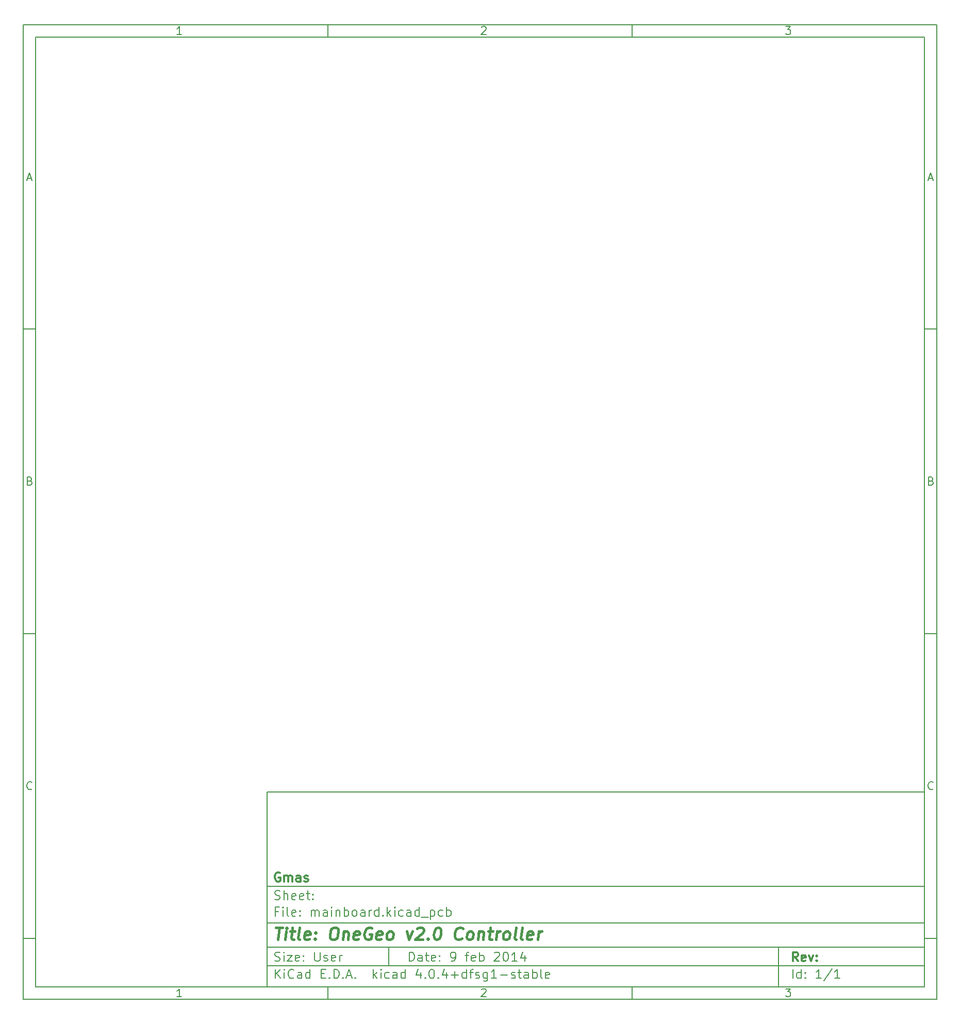
<source format=gbr>
G04 #@! TF.FileFunction,Legend,Bot*
%FSLAX45Y45*%
G04 Gerber Fmt 4.5, Leading zero omitted, Abs format (unit mm)*
G04 Created by KiCad (PCBNEW 4.0.4+dfsg1-stable) date Mon Oct  9 15:36:50 2017*
%MOMM*%
%LPD*%
G01*
G04 APERTURE LIST*
%ADD10C,0.150000*%
%ADD11C,0.300000*%
%ADD12C,0.400000*%
G04 APERTURE END LIST*
D10*
X5000220Y-13600980D02*
X5000220Y-16800980D01*
X15800220Y-16800980D01*
X15800220Y-13600980D01*
X5000220Y-13600980D01*
X1000000Y-1000000D02*
X1000000Y-17000980D01*
X16000220Y-17000980D01*
X16000220Y-1000000D01*
X1000000Y-1000000D01*
X1200000Y-1200000D02*
X1200000Y-16800980D01*
X15800220Y-16800980D01*
X15800220Y-1200000D01*
X1200000Y-1200000D01*
X6000000Y-1200000D02*
X6000000Y-1000000D01*
X11000000Y-1200000D02*
X11000000Y-1000000D01*
X16000000Y-1200000D02*
X16000000Y-1000000D01*
X3599048Y-1158810D02*
X3524762Y-1158810D01*
X3561905Y-1158810D02*
X3561905Y-1028809D01*
X3549524Y-1047381D01*
X3537143Y-1059762D01*
X3524762Y-1065952D01*
X8524762Y-1041190D02*
X8530952Y-1035000D01*
X8543333Y-1028809D01*
X8574286Y-1028809D01*
X8586667Y-1035000D01*
X8592857Y-1041190D01*
X8599048Y-1053571D01*
X8599048Y-1065952D01*
X8592857Y-1084524D01*
X8518571Y-1158810D01*
X8599048Y-1158810D01*
X13518571Y-1028809D02*
X13599048Y-1028809D01*
X13555714Y-1078333D01*
X13574286Y-1078333D01*
X13586667Y-1084524D01*
X13592857Y-1090714D01*
X13599048Y-1103095D01*
X13599048Y-1134048D01*
X13592857Y-1146429D01*
X13586667Y-1152619D01*
X13574286Y-1158810D01*
X13537143Y-1158810D01*
X13524762Y-1152619D01*
X13518571Y-1146429D01*
X6000000Y-16800980D02*
X6000000Y-17000980D01*
X11000000Y-16800980D02*
X11000000Y-17000980D01*
X16000000Y-16800980D02*
X16000000Y-17000980D01*
X3599048Y-16959790D02*
X3524762Y-16959790D01*
X3561905Y-16959790D02*
X3561905Y-16829790D01*
X3549524Y-16848361D01*
X3537143Y-16860742D01*
X3524762Y-16866932D01*
X8524762Y-16842171D02*
X8530952Y-16835980D01*
X8543333Y-16829790D01*
X8574286Y-16829790D01*
X8586667Y-16835980D01*
X8592857Y-16842171D01*
X8599048Y-16854551D01*
X8599048Y-16866932D01*
X8592857Y-16885504D01*
X8518571Y-16959790D01*
X8599048Y-16959790D01*
X13518571Y-16829790D02*
X13599048Y-16829790D01*
X13555714Y-16879313D01*
X13574286Y-16879313D01*
X13586667Y-16885504D01*
X13592857Y-16891694D01*
X13599048Y-16904075D01*
X13599048Y-16935028D01*
X13592857Y-16947409D01*
X13586667Y-16953599D01*
X13574286Y-16959790D01*
X13537143Y-16959790D01*
X13524762Y-16953599D01*
X13518571Y-16947409D01*
X1000000Y-6000000D02*
X1200000Y-6000000D01*
X1000000Y-11000000D02*
X1200000Y-11000000D01*
X1000000Y-16000000D02*
X1200000Y-16000000D01*
X1069048Y-3521667D02*
X1130952Y-3521667D01*
X1056667Y-3558809D02*
X1100000Y-3428809D01*
X1143333Y-3558809D01*
X1109286Y-8490714D02*
X1127857Y-8496905D01*
X1134048Y-8503095D01*
X1140238Y-8515476D01*
X1140238Y-8534048D01*
X1134048Y-8546429D01*
X1127857Y-8552619D01*
X1115476Y-8558810D01*
X1065952Y-8558810D01*
X1065952Y-8428810D01*
X1109286Y-8428810D01*
X1121667Y-8435000D01*
X1127857Y-8441191D01*
X1134048Y-8453571D01*
X1134048Y-8465952D01*
X1127857Y-8478333D01*
X1121667Y-8484524D01*
X1109286Y-8490714D01*
X1065952Y-8490714D01*
X1140238Y-13546429D02*
X1134048Y-13552619D01*
X1115476Y-13558809D01*
X1103095Y-13558809D01*
X1084524Y-13552619D01*
X1072143Y-13540238D01*
X1065952Y-13527857D01*
X1059762Y-13503095D01*
X1059762Y-13484524D01*
X1065952Y-13459762D01*
X1072143Y-13447381D01*
X1084524Y-13435000D01*
X1103095Y-13428809D01*
X1115476Y-13428809D01*
X1134048Y-13435000D01*
X1140238Y-13441190D01*
X16000220Y-6000000D02*
X15800220Y-6000000D01*
X16000220Y-11000000D02*
X15800220Y-11000000D01*
X16000220Y-16000000D02*
X15800220Y-16000000D01*
X15869268Y-3521667D02*
X15931172Y-3521667D01*
X15856887Y-3558809D02*
X15900220Y-3428809D01*
X15943553Y-3558809D01*
X15909506Y-8490714D02*
X15928077Y-8496905D01*
X15934268Y-8503095D01*
X15940458Y-8515476D01*
X15940458Y-8534048D01*
X15934268Y-8546429D01*
X15928077Y-8552619D01*
X15915696Y-8558810D01*
X15866172Y-8558810D01*
X15866172Y-8428810D01*
X15909506Y-8428810D01*
X15921887Y-8435000D01*
X15928077Y-8441191D01*
X15934268Y-8453571D01*
X15934268Y-8465952D01*
X15928077Y-8478333D01*
X15921887Y-8484524D01*
X15909506Y-8490714D01*
X15866172Y-8490714D01*
X15940458Y-13546429D02*
X15934268Y-13552619D01*
X15915696Y-13558809D01*
X15903315Y-13558809D01*
X15884744Y-13552619D01*
X15872363Y-13540238D01*
X15866172Y-13527857D01*
X15859982Y-13503095D01*
X15859982Y-13484524D01*
X15866172Y-13459762D01*
X15872363Y-13447381D01*
X15884744Y-13435000D01*
X15903315Y-13428809D01*
X15915696Y-13428809D01*
X15934268Y-13435000D01*
X15940458Y-13441190D01*
X7335934Y-16378837D02*
X7335934Y-16228837D01*
X7371649Y-16228837D01*
X7393077Y-16235980D01*
X7407363Y-16250266D01*
X7414506Y-16264551D01*
X7421649Y-16293123D01*
X7421649Y-16314551D01*
X7414506Y-16343123D01*
X7407363Y-16357409D01*
X7393077Y-16371694D01*
X7371649Y-16378837D01*
X7335934Y-16378837D01*
X7550220Y-16378837D02*
X7550220Y-16300266D01*
X7543077Y-16285980D01*
X7528791Y-16278837D01*
X7500220Y-16278837D01*
X7485934Y-16285980D01*
X7550220Y-16371694D02*
X7535934Y-16378837D01*
X7500220Y-16378837D01*
X7485934Y-16371694D01*
X7478791Y-16357409D01*
X7478791Y-16343123D01*
X7485934Y-16328837D01*
X7500220Y-16321694D01*
X7535934Y-16321694D01*
X7550220Y-16314551D01*
X7600220Y-16278837D02*
X7657363Y-16278837D01*
X7621649Y-16228837D02*
X7621649Y-16357409D01*
X7628791Y-16371694D01*
X7643077Y-16378837D01*
X7657363Y-16378837D01*
X7764506Y-16371694D02*
X7750220Y-16378837D01*
X7721649Y-16378837D01*
X7707363Y-16371694D01*
X7700220Y-16357409D01*
X7700220Y-16300266D01*
X7707363Y-16285980D01*
X7721649Y-16278837D01*
X7750220Y-16278837D01*
X7764506Y-16285980D01*
X7771649Y-16300266D01*
X7771649Y-16314551D01*
X7700220Y-16328837D01*
X7835934Y-16364551D02*
X7843077Y-16371694D01*
X7835934Y-16378837D01*
X7828791Y-16371694D01*
X7835934Y-16364551D01*
X7835934Y-16378837D01*
X7835934Y-16285980D02*
X7843077Y-16293123D01*
X7835934Y-16300266D01*
X7828791Y-16293123D01*
X7835934Y-16285980D01*
X7835934Y-16300266D01*
X8028791Y-16378837D02*
X8057363Y-16378837D01*
X8071649Y-16371694D01*
X8078791Y-16364551D01*
X8093077Y-16343123D01*
X8100220Y-16314551D01*
X8100220Y-16257409D01*
X8093077Y-16243123D01*
X8085934Y-16235980D01*
X8071649Y-16228837D01*
X8043077Y-16228837D01*
X8028791Y-16235980D01*
X8021649Y-16243123D01*
X8014506Y-16257409D01*
X8014506Y-16293123D01*
X8021649Y-16307409D01*
X8028791Y-16314551D01*
X8043077Y-16321694D01*
X8071649Y-16321694D01*
X8085934Y-16314551D01*
X8093077Y-16307409D01*
X8100220Y-16293123D01*
X8257363Y-16278837D02*
X8314506Y-16278837D01*
X8278791Y-16378837D02*
X8278791Y-16250266D01*
X8285934Y-16235980D01*
X8300220Y-16228837D01*
X8314506Y-16228837D01*
X8421649Y-16371694D02*
X8407363Y-16378837D01*
X8378791Y-16378837D01*
X8364506Y-16371694D01*
X8357363Y-16357409D01*
X8357363Y-16300266D01*
X8364506Y-16285980D01*
X8378791Y-16278837D01*
X8407363Y-16278837D01*
X8421649Y-16285980D01*
X8428791Y-16300266D01*
X8428791Y-16314551D01*
X8357363Y-16328837D01*
X8493077Y-16378837D02*
X8493077Y-16228837D01*
X8493077Y-16285980D02*
X8507363Y-16278837D01*
X8535934Y-16278837D01*
X8550220Y-16285980D01*
X8557363Y-16293123D01*
X8564506Y-16307409D01*
X8564506Y-16350266D01*
X8557363Y-16364551D01*
X8550220Y-16371694D01*
X8535934Y-16378837D01*
X8507363Y-16378837D01*
X8493077Y-16371694D01*
X8735934Y-16243123D02*
X8743077Y-16235980D01*
X8757363Y-16228837D01*
X8793077Y-16228837D01*
X8807363Y-16235980D01*
X8814506Y-16243123D01*
X8821649Y-16257409D01*
X8821649Y-16271694D01*
X8814506Y-16293123D01*
X8728791Y-16378837D01*
X8821649Y-16378837D01*
X8914506Y-16228837D02*
X8928791Y-16228837D01*
X8943077Y-16235980D01*
X8950220Y-16243123D01*
X8957363Y-16257409D01*
X8964506Y-16285980D01*
X8964506Y-16321694D01*
X8957363Y-16350266D01*
X8950220Y-16364551D01*
X8943077Y-16371694D01*
X8928791Y-16378837D01*
X8914506Y-16378837D01*
X8900220Y-16371694D01*
X8893077Y-16364551D01*
X8885934Y-16350266D01*
X8878791Y-16321694D01*
X8878791Y-16285980D01*
X8885934Y-16257409D01*
X8893077Y-16243123D01*
X8900220Y-16235980D01*
X8914506Y-16228837D01*
X9107363Y-16378837D02*
X9021648Y-16378837D01*
X9064506Y-16378837D02*
X9064506Y-16228837D01*
X9050220Y-16250266D01*
X9035934Y-16264551D01*
X9021648Y-16271694D01*
X9235934Y-16278837D02*
X9235934Y-16378837D01*
X9200220Y-16221694D02*
X9164506Y-16328837D01*
X9257363Y-16328837D01*
X5000220Y-16450980D02*
X15800220Y-16450980D01*
X5135934Y-16658837D02*
X5135934Y-16508837D01*
X5221649Y-16658837D02*
X5157363Y-16573123D01*
X5221649Y-16508837D02*
X5135934Y-16594551D01*
X5285934Y-16658837D02*
X5285934Y-16558837D01*
X5285934Y-16508837D02*
X5278791Y-16515980D01*
X5285934Y-16523123D01*
X5293077Y-16515980D01*
X5285934Y-16508837D01*
X5285934Y-16523123D01*
X5443077Y-16644551D02*
X5435934Y-16651694D01*
X5414506Y-16658837D01*
X5400220Y-16658837D01*
X5378792Y-16651694D01*
X5364506Y-16637409D01*
X5357363Y-16623123D01*
X5350220Y-16594551D01*
X5350220Y-16573123D01*
X5357363Y-16544551D01*
X5364506Y-16530266D01*
X5378792Y-16515980D01*
X5400220Y-16508837D01*
X5414506Y-16508837D01*
X5435934Y-16515980D01*
X5443077Y-16523123D01*
X5571649Y-16658837D02*
X5571649Y-16580266D01*
X5564506Y-16565980D01*
X5550220Y-16558837D01*
X5521649Y-16558837D01*
X5507363Y-16565980D01*
X5571649Y-16651694D02*
X5557363Y-16658837D01*
X5521649Y-16658837D01*
X5507363Y-16651694D01*
X5500220Y-16637409D01*
X5500220Y-16623123D01*
X5507363Y-16608837D01*
X5521649Y-16601694D01*
X5557363Y-16601694D01*
X5571649Y-16594551D01*
X5707363Y-16658837D02*
X5707363Y-16508837D01*
X5707363Y-16651694D02*
X5693077Y-16658837D01*
X5664506Y-16658837D01*
X5650220Y-16651694D01*
X5643077Y-16644551D01*
X5635934Y-16630266D01*
X5635934Y-16587409D01*
X5643077Y-16573123D01*
X5650220Y-16565980D01*
X5664506Y-16558837D01*
X5693077Y-16558837D01*
X5707363Y-16565980D01*
X5893077Y-16580266D02*
X5943077Y-16580266D01*
X5964506Y-16658837D02*
X5893077Y-16658837D01*
X5893077Y-16508837D01*
X5964506Y-16508837D01*
X6028791Y-16644551D02*
X6035934Y-16651694D01*
X6028791Y-16658837D01*
X6021649Y-16651694D01*
X6028791Y-16644551D01*
X6028791Y-16658837D01*
X6100220Y-16658837D02*
X6100220Y-16508837D01*
X6135934Y-16508837D01*
X6157363Y-16515980D01*
X6171649Y-16530266D01*
X6178791Y-16544551D01*
X6185934Y-16573123D01*
X6185934Y-16594551D01*
X6178791Y-16623123D01*
X6171649Y-16637409D01*
X6157363Y-16651694D01*
X6135934Y-16658837D01*
X6100220Y-16658837D01*
X6250220Y-16644551D02*
X6257363Y-16651694D01*
X6250220Y-16658837D01*
X6243077Y-16651694D01*
X6250220Y-16644551D01*
X6250220Y-16658837D01*
X6314506Y-16615980D02*
X6385934Y-16615980D01*
X6300220Y-16658837D02*
X6350220Y-16508837D01*
X6400220Y-16658837D01*
X6450220Y-16644551D02*
X6457363Y-16651694D01*
X6450220Y-16658837D01*
X6443077Y-16651694D01*
X6450220Y-16644551D01*
X6450220Y-16658837D01*
X6750220Y-16658837D02*
X6750220Y-16508837D01*
X6764506Y-16601694D02*
X6807363Y-16658837D01*
X6807363Y-16558837D02*
X6750220Y-16615980D01*
X6871649Y-16658837D02*
X6871649Y-16558837D01*
X6871649Y-16508837D02*
X6864506Y-16515980D01*
X6871649Y-16523123D01*
X6878791Y-16515980D01*
X6871649Y-16508837D01*
X6871649Y-16523123D01*
X7007363Y-16651694D02*
X6993077Y-16658837D01*
X6964506Y-16658837D01*
X6950220Y-16651694D01*
X6943077Y-16644551D01*
X6935934Y-16630266D01*
X6935934Y-16587409D01*
X6943077Y-16573123D01*
X6950220Y-16565980D01*
X6964506Y-16558837D01*
X6993077Y-16558837D01*
X7007363Y-16565980D01*
X7135934Y-16658837D02*
X7135934Y-16580266D01*
X7128791Y-16565980D01*
X7114506Y-16558837D01*
X7085934Y-16558837D01*
X7071649Y-16565980D01*
X7135934Y-16651694D02*
X7121649Y-16658837D01*
X7085934Y-16658837D01*
X7071649Y-16651694D01*
X7064506Y-16637409D01*
X7064506Y-16623123D01*
X7071649Y-16608837D01*
X7085934Y-16601694D01*
X7121649Y-16601694D01*
X7135934Y-16594551D01*
X7271649Y-16658837D02*
X7271649Y-16508837D01*
X7271649Y-16651694D02*
X7257363Y-16658837D01*
X7228792Y-16658837D01*
X7214506Y-16651694D01*
X7207363Y-16644551D01*
X7200220Y-16630266D01*
X7200220Y-16587409D01*
X7207363Y-16573123D01*
X7214506Y-16565980D01*
X7228792Y-16558837D01*
X7257363Y-16558837D01*
X7271649Y-16565980D01*
X7521649Y-16558837D02*
X7521649Y-16658837D01*
X7485934Y-16501694D02*
X7450220Y-16608837D01*
X7543077Y-16608837D01*
X7600220Y-16644551D02*
X7607363Y-16651694D01*
X7600220Y-16658837D01*
X7593077Y-16651694D01*
X7600220Y-16644551D01*
X7600220Y-16658837D01*
X7700220Y-16508837D02*
X7714506Y-16508837D01*
X7728791Y-16515980D01*
X7735934Y-16523123D01*
X7743077Y-16537409D01*
X7750220Y-16565980D01*
X7750220Y-16601694D01*
X7743077Y-16630266D01*
X7735934Y-16644551D01*
X7728791Y-16651694D01*
X7714506Y-16658837D01*
X7700220Y-16658837D01*
X7685934Y-16651694D01*
X7678791Y-16644551D01*
X7671649Y-16630266D01*
X7664506Y-16601694D01*
X7664506Y-16565980D01*
X7671649Y-16537409D01*
X7678791Y-16523123D01*
X7685934Y-16515980D01*
X7700220Y-16508837D01*
X7814506Y-16644551D02*
X7821649Y-16651694D01*
X7814506Y-16658837D01*
X7807363Y-16651694D01*
X7814506Y-16644551D01*
X7814506Y-16658837D01*
X7950220Y-16558837D02*
X7950220Y-16658837D01*
X7914506Y-16501694D02*
X7878791Y-16608837D01*
X7971649Y-16608837D01*
X8028791Y-16601694D02*
X8143077Y-16601694D01*
X8085934Y-16658837D02*
X8085934Y-16544551D01*
X8278791Y-16658837D02*
X8278791Y-16508837D01*
X8278791Y-16651694D02*
X8264506Y-16658837D01*
X8235934Y-16658837D01*
X8221649Y-16651694D01*
X8214506Y-16644551D01*
X8207363Y-16630266D01*
X8207363Y-16587409D01*
X8214506Y-16573123D01*
X8221649Y-16565980D01*
X8235934Y-16558837D01*
X8264506Y-16558837D01*
X8278791Y-16565980D01*
X8328791Y-16558837D02*
X8385934Y-16558837D01*
X8350220Y-16658837D02*
X8350220Y-16530266D01*
X8357363Y-16515980D01*
X8371649Y-16508837D01*
X8385934Y-16508837D01*
X8428792Y-16651694D02*
X8443077Y-16658837D01*
X8471649Y-16658837D01*
X8485934Y-16651694D01*
X8493077Y-16637409D01*
X8493077Y-16630266D01*
X8485934Y-16615980D01*
X8471649Y-16608837D01*
X8450220Y-16608837D01*
X8435934Y-16601694D01*
X8428792Y-16587409D01*
X8428792Y-16580266D01*
X8435934Y-16565980D01*
X8450220Y-16558837D01*
X8471649Y-16558837D01*
X8485934Y-16565980D01*
X8621649Y-16558837D02*
X8621649Y-16680266D01*
X8614506Y-16694551D01*
X8607363Y-16701694D01*
X8593077Y-16708837D01*
X8571649Y-16708837D01*
X8557363Y-16701694D01*
X8621649Y-16651694D02*
X8607363Y-16658837D01*
X8578792Y-16658837D01*
X8564506Y-16651694D01*
X8557363Y-16644551D01*
X8550220Y-16630266D01*
X8550220Y-16587409D01*
X8557363Y-16573123D01*
X8564506Y-16565980D01*
X8578792Y-16558837D01*
X8607363Y-16558837D01*
X8621649Y-16565980D01*
X8771649Y-16658837D02*
X8685934Y-16658837D01*
X8728792Y-16658837D02*
X8728792Y-16508837D01*
X8714506Y-16530266D01*
X8700220Y-16544551D01*
X8685934Y-16551694D01*
X8835934Y-16601694D02*
X8950220Y-16601694D01*
X9014506Y-16651694D02*
X9028792Y-16658837D01*
X9057363Y-16658837D01*
X9071649Y-16651694D01*
X9078792Y-16637409D01*
X9078792Y-16630266D01*
X9071649Y-16615980D01*
X9057363Y-16608837D01*
X9035934Y-16608837D01*
X9021649Y-16601694D01*
X9014506Y-16587409D01*
X9014506Y-16580266D01*
X9021649Y-16565980D01*
X9035934Y-16558837D01*
X9057363Y-16558837D01*
X9071649Y-16565980D01*
X9121649Y-16558837D02*
X9178792Y-16558837D01*
X9143077Y-16508837D02*
X9143077Y-16637409D01*
X9150220Y-16651694D01*
X9164506Y-16658837D01*
X9178792Y-16658837D01*
X9293077Y-16658837D02*
X9293077Y-16580266D01*
X9285934Y-16565980D01*
X9271649Y-16558837D01*
X9243077Y-16558837D01*
X9228792Y-16565980D01*
X9293077Y-16651694D02*
X9278792Y-16658837D01*
X9243077Y-16658837D01*
X9228792Y-16651694D01*
X9221649Y-16637409D01*
X9221649Y-16623123D01*
X9228792Y-16608837D01*
X9243077Y-16601694D01*
X9278792Y-16601694D01*
X9293077Y-16594551D01*
X9364506Y-16658837D02*
X9364506Y-16508837D01*
X9364506Y-16565980D02*
X9378792Y-16558837D01*
X9407363Y-16558837D01*
X9421649Y-16565980D01*
X9428792Y-16573123D01*
X9435935Y-16587409D01*
X9435935Y-16630266D01*
X9428792Y-16644551D01*
X9421649Y-16651694D01*
X9407363Y-16658837D01*
X9378792Y-16658837D01*
X9364506Y-16651694D01*
X9521649Y-16658837D02*
X9507363Y-16651694D01*
X9500220Y-16637409D01*
X9500220Y-16508837D01*
X9635934Y-16651694D02*
X9621649Y-16658837D01*
X9593077Y-16658837D01*
X9578792Y-16651694D01*
X9571649Y-16637409D01*
X9571649Y-16580266D01*
X9578792Y-16565980D01*
X9593077Y-16558837D01*
X9621649Y-16558837D01*
X9635934Y-16565980D01*
X9643077Y-16580266D01*
X9643077Y-16594551D01*
X9571649Y-16608837D01*
X5000220Y-16150980D02*
X15800220Y-16150980D01*
D11*
X13721649Y-16378837D02*
X13671649Y-16307409D01*
X13635934Y-16378837D02*
X13635934Y-16228837D01*
X13693077Y-16228837D01*
X13707363Y-16235980D01*
X13714506Y-16243123D01*
X13721649Y-16257409D01*
X13721649Y-16278837D01*
X13714506Y-16293123D01*
X13707363Y-16300266D01*
X13693077Y-16307409D01*
X13635934Y-16307409D01*
X13843077Y-16371694D02*
X13828791Y-16378837D01*
X13800220Y-16378837D01*
X13785934Y-16371694D01*
X13778791Y-16357409D01*
X13778791Y-16300266D01*
X13785934Y-16285980D01*
X13800220Y-16278837D01*
X13828791Y-16278837D01*
X13843077Y-16285980D01*
X13850220Y-16300266D01*
X13850220Y-16314551D01*
X13778791Y-16328837D01*
X13900220Y-16278837D02*
X13935934Y-16378837D01*
X13971648Y-16278837D01*
X14028791Y-16364551D02*
X14035934Y-16371694D01*
X14028791Y-16378837D01*
X14021648Y-16371694D01*
X14028791Y-16364551D01*
X14028791Y-16378837D01*
X14028791Y-16285980D02*
X14035934Y-16293123D01*
X14028791Y-16300266D01*
X14021648Y-16293123D01*
X14028791Y-16285980D01*
X14028791Y-16300266D01*
D10*
X5128791Y-16371694D02*
X5150220Y-16378837D01*
X5185934Y-16378837D01*
X5200220Y-16371694D01*
X5207363Y-16364551D01*
X5214506Y-16350266D01*
X5214506Y-16335980D01*
X5207363Y-16321694D01*
X5200220Y-16314551D01*
X5185934Y-16307409D01*
X5157363Y-16300266D01*
X5143077Y-16293123D01*
X5135934Y-16285980D01*
X5128791Y-16271694D01*
X5128791Y-16257409D01*
X5135934Y-16243123D01*
X5143077Y-16235980D01*
X5157363Y-16228837D01*
X5193077Y-16228837D01*
X5214506Y-16235980D01*
X5278791Y-16378837D02*
X5278791Y-16278837D01*
X5278791Y-16228837D02*
X5271649Y-16235980D01*
X5278791Y-16243123D01*
X5285934Y-16235980D01*
X5278791Y-16228837D01*
X5278791Y-16243123D01*
X5335934Y-16278837D02*
X5414506Y-16278837D01*
X5335934Y-16378837D01*
X5414506Y-16378837D01*
X5528791Y-16371694D02*
X5514506Y-16378837D01*
X5485934Y-16378837D01*
X5471649Y-16371694D01*
X5464506Y-16357409D01*
X5464506Y-16300266D01*
X5471649Y-16285980D01*
X5485934Y-16278837D01*
X5514506Y-16278837D01*
X5528791Y-16285980D01*
X5535934Y-16300266D01*
X5535934Y-16314551D01*
X5464506Y-16328837D01*
X5600220Y-16364551D02*
X5607363Y-16371694D01*
X5600220Y-16378837D01*
X5593077Y-16371694D01*
X5600220Y-16364551D01*
X5600220Y-16378837D01*
X5600220Y-16285980D02*
X5607363Y-16293123D01*
X5600220Y-16300266D01*
X5593077Y-16293123D01*
X5600220Y-16285980D01*
X5600220Y-16300266D01*
X5785934Y-16228837D02*
X5785934Y-16350266D01*
X5793077Y-16364551D01*
X5800220Y-16371694D01*
X5814506Y-16378837D01*
X5843077Y-16378837D01*
X5857363Y-16371694D01*
X5864506Y-16364551D01*
X5871649Y-16350266D01*
X5871649Y-16228837D01*
X5935934Y-16371694D02*
X5950220Y-16378837D01*
X5978791Y-16378837D01*
X5993077Y-16371694D01*
X6000220Y-16357409D01*
X6000220Y-16350266D01*
X5993077Y-16335980D01*
X5978791Y-16328837D01*
X5957363Y-16328837D01*
X5943077Y-16321694D01*
X5935934Y-16307409D01*
X5935934Y-16300266D01*
X5943077Y-16285980D01*
X5957363Y-16278837D01*
X5978791Y-16278837D01*
X5993077Y-16285980D01*
X6121649Y-16371694D02*
X6107363Y-16378837D01*
X6078791Y-16378837D01*
X6064506Y-16371694D01*
X6057363Y-16357409D01*
X6057363Y-16300266D01*
X6064506Y-16285980D01*
X6078791Y-16278837D01*
X6107363Y-16278837D01*
X6121649Y-16285980D01*
X6128791Y-16300266D01*
X6128791Y-16314551D01*
X6057363Y-16328837D01*
X6193077Y-16378837D02*
X6193077Y-16278837D01*
X6193077Y-16307409D02*
X6200220Y-16293123D01*
X6207363Y-16285980D01*
X6221649Y-16278837D01*
X6235934Y-16278837D01*
X13635934Y-16658837D02*
X13635934Y-16508837D01*
X13771649Y-16658837D02*
X13771649Y-16508837D01*
X13771649Y-16651694D02*
X13757363Y-16658837D01*
X13728791Y-16658837D01*
X13714506Y-16651694D01*
X13707363Y-16644551D01*
X13700220Y-16630266D01*
X13700220Y-16587409D01*
X13707363Y-16573123D01*
X13714506Y-16565980D01*
X13728791Y-16558837D01*
X13757363Y-16558837D01*
X13771649Y-16565980D01*
X13843077Y-16644551D02*
X13850220Y-16651694D01*
X13843077Y-16658837D01*
X13835934Y-16651694D01*
X13843077Y-16644551D01*
X13843077Y-16658837D01*
X13843077Y-16565980D02*
X13850220Y-16573123D01*
X13843077Y-16580266D01*
X13835934Y-16573123D01*
X13843077Y-16565980D01*
X13843077Y-16580266D01*
X14107363Y-16658837D02*
X14021649Y-16658837D01*
X14064506Y-16658837D02*
X14064506Y-16508837D01*
X14050220Y-16530266D01*
X14035934Y-16544551D01*
X14021649Y-16551694D01*
X14278791Y-16501694D02*
X14150220Y-16694551D01*
X14407363Y-16658837D02*
X14321649Y-16658837D01*
X14364506Y-16658837D02*
X14364506Y-16508837D01*
X14350220Y-16530266D01*
X14335934Y-16544551D01*
X14321649Y-16551694D01*
X5000220Y-15750980D02*
X15800220Y-15750980D01*
D12*
X5145458Y-15821456D02*
X5259744Y-15821456D01*
X5177601Y-16021456D02*
X5202601Y-15821456D01*
X5301411Y-16021456D02*
X5318077Y-15888123D01*
X5326411Y-15821456D02*
X5315696Y-15830980D01*
X5324030Y-15840504D01*
X5334744Y-15830980D01*
X5326411Y-15821456D01*
X5324030Y-15840504D01*
X5384744Y-15888123D02*
X5460934Y-15888123D01*
X5421649Y-15821456D02*
X5400220Y-15992885D01*
X5407363Y-16011932D01*
X5425220Y-16021456D01*
X5444268Y-16021456D01*
X5539506Y-16021456D02*
X5521649Y-16011932D01*
X5514506Y-15992885D01*
X5535934Y-15821456D01*
X5693077Y-16011932D02*
X5672839Y-16021456D01*
X5634744Y-16021456D01*
X5616887Y-16011932D01*
X5609744Y-15992885D01*
X5619268Y-15916694D01*
X5631172Y-15897647D01*
X5651410Y-15888123D01*
X5689506Y-15888123D01*
X5707363Y-15897647D01*
X5714506Y-15916694D01*
X5712125Y-15935742D01*
X5614506Y-15954789D01*
X5789506Y-16002409D02*
X5797839Y-16011932D01*
X5787125Y-16021456D01*
X5778791Y-16011932D01*
X5789506Y-16002409D01*
X5787125Y-16021456D01*
X5802601Y-15897647D02*
X5810934Y-15907170D01*
X5800220Y-15916694D01*
X5791887Y-15907170D01*
X5802601Y-15897647D01*
X5800220Y-15916694D01*
X6097839Y-15821456D02*
X6135934Y-15821456D01*
X6153791Y-15830980D01*
X6170458Y-15850028D01*
X6175220Y-15888123D01*
X6166887Y-15954789D01*
X6152601Y-15992885D01*
X6131172Y-16011932D01*
X6110934Y-16021456D01*
X6072839Y-16021456D01*
X6054982Y-16011932D01*
X6038315Y-15992885D01*
X6033553Y-15954789D01*
X6041887Y-15888123D01*
X6056172Y-15850028D01*
X6077601Y-15830980D01*
X6097839Y-15821456D01*
X6260934Y-15888123D02*
X6244268Y-16021456D01*
X6258553Y-15907170D02*
X6269268Y-15897647D01*
X6289506Y-15888123D01*
X6318077Y-15888123D01*
X6335934Y-15897647D01*
X6343077Y-15916694D01*
X6329982Y-16021456D01*
X6502601Y-16011932D02*
X6482363Y-16021456D01*
X6444268Y-16021456D01*
X6426411Y-16011932D01*
X6419268Y-15992885D01*
X6428791Y-15916694D01*
X6440696Y-15897647D01*
X6460934Y-15888123D01*
X6499030Y-15888123D01*
X6516887Y-15897647D01*
X6524030Y-15916694D01*
X6521649Y-15935742D01*
X6424030Y-15954789D01*
X6725220Y-15830980D02*
X6707363Y-15821456D01*
X6678792Y-15821456D01*
X6649030Y-15830980D01*
X6627601Y-15850028D01*
X6615696Y-15869075D01*
X6601411Y-15907170D01*
X6597839Y-15935742D01*
X6602601Y-15973837D01*
X6609744Y-15992885D01*
X6626411Y-16011932D01*
X6653792Y-16021456D01*
X6672839Y-16021456D01*
X6702601Y-16011932D01*
X6713315Y-16002409D01*
X6721649Y-15935742D01*
X6683553Y-15935742D01*
X6874030Y-16011932D02*
X6853792Y-16021456D01*
X6815696Y-16021456D01*
X6797839Y-16011932D01*
X6790696Y-15992885D01*
X6800220Y-15916694D01*
X6812125Y-15897647D01*
X6832363Y-15888123D01*
X6870458Y-15888123D01*
X6888315Y-15897647D01*
X6895458Y-15916694D01*
X6893077Y-15935742D01*
X6795458Y-15954789D01*
X6996649Y-16021456D02*
X6978792Y-16011932D01*
X6970458Y-16002409D01*
X6963315Y-15983361D01*
X6970458Y-15926218D01*
X6982363Y-15907170D01*
X6993077Y-15897647D01*
X7013315Y-15888123D01*
X7041887Y-15888123D01*
X7059744Y-15897647D01*
X7068077Y-15907170D01*
X7075220Y-15926218D01*
X7068077Y-15983361D01*
X7056172Y-16002409D01*
X7045458Y-16011932D01*
X7025220Y-16021456D01*
X6996649Y-16021456D01*
X7299030Y-15888123D02*
X7329982Y-16021456D01*
X7394268Y-15888123D01*
X7466887Y-15840504D02*
X7477601Y-15830980D01*
X7497839Y-15821456D01*
X7545458Y-15821456D01*
X7563315Y-15830980D01*
X7571649Y-15840504D01*
X7578792Y-15859551D01*
X7576411Y-15878599D01*
X7563315Y-15907170D01*
X7434744Y-16021456D01*
X7558554Y-16021456D01*
X7646649Y-16002409D02*
X7654982Y-16011932D01*
X7644268Y-16021456D01*
X7635935Y-16011932D01*
X7646649Y-16002409D01*
X7644268Y-16021456D01*
X7802601Y-15821456D02*
X7821649Y-15821456D01*
X7839506Y-15830980D01*
X7847839Y-15840504D01*
X7854982Y-15859551D01*
X7859744Y-15897647D01*
X7853792Y-15945266D01*
X7839506Y-15983361D01*
X7827601Y-16002409D01*
X7816887Y-16011932D01*
X7796649Y-16021456D01*
X7777601Y-16021456D01*
X7759744Y-16011932D01*
X7751411Y-16002409D01*
X7744268Y-15983361D01*
X7739506Y-15945266D01*
X7745458Y-15897647D01*
X7759744Y-15859551D01*
X7771649Y-15840504D01*
X7782363Y-15830980D01*
X7802601Y-15821456D01*
X8199030Y-16002409D02*
X8188316Y-16011932D01*
X8158554Y-16021456D01*
X8139506Y-16021456D01*
X8112125Y-16011932D01*
X8095458Y-15992885D01*
X8088316Y-15973837D01*
X8083554Y-15935742D01*
X8087125Y-15907170D01*
X8101411Y-15869075D01*
X8113316Y-15850028D01*
X8134744Y-15830980D01*
X8164506Y-15821456D01*
X8183554Y-15821456D01*
X8210935Y-15830980D01*
X8219268Y-15840504D01*
X8310935Y-16021456D02*
X8293078Y-16011932D01*
X8284744Y-16002409D01*
X8277601Y-15983361D01*
X8284744Y-15926218D01*
X8296649Y-15907170D01*
X8307363Y-15897647D01*
X8327601Y-15888123D01*
X8356173Y-15888123D01*
X8374030Y-15897647D01*
X8382363Y-15907170D01*
X8389506Y-15926218D01*
X8382363Y-15983361D01*
X8370458Y-16002409D01*
X8359744Y-16011932D01*
X8339506Y-16021456D01*
X8310935Y-16021456D01*
X8479982Y-15888123D02*
X8463316Y-16021456D01*
X8477601Y-15907170D02*
X8488316Y-15897647D01*
X8508554Y-15888123D01*
X8537125Y-15888123D01*
X8554982Y-15897647D01*
X8562125Y-15916694D01*
X8549030Y-16021456D01*
X8632363Y-15888123D02*
X8708554Y-15888123D01*
X8669268Y-15821456D02*
X8647839Y-15992885D01*
X8654982Y-16011932D01*
X8672840Y-16021456D01*
X8691887Y-16021456D01*
X8758554Y-16021456D02*
X8775220Y-15888123D01*
X8770458Y-15926218D02*
X8782363Y-15907170D01*
X8793078Y-15897647D01*
X8813316Y-15888123D01*
X8832363Y-15888123D01*
X8910935Y-16021456D02*
X8893078Y-16011932D01*
X8884744Y-16002409D01*
X8877601Y-15983361D01*
X8884744Y-15926218D01*
X8896649Y-15907170D01*
X8907363Y-15897647D01*
X8927601Y-15888123D01*
X8956173Y-15888123D01*
X8974030Y-15897647D01*
X8982363Y-15907170D01*
X8989506Y-15926218D01*
X8982363Y-15983361D01*
X8970458Y-16002409D01*
X8959744Y-16011932D01*
X8939506Y-16021456D01*
X8910935Y-16021456D01*
X9091887Y-16021456D02*
X9074030Y-16011932D01*
X9066887Y-15992885D01*
X9088316Y-15821456D01*
X9196649Y-16021456D02*
X9178792Y-16011932D01*
X9171649Y-15992885D01*
X9193078Y-15821456D01*
X9350220Y-16011932D02*
X9329982Y-16021456D01*
X9291887Y-16021456D01*
X9274030Y-16011932D01*
X9266887Y-15992885D01*
X9276411Y-15916694D01*
X9288316Y-15897647D01*
X9308554Y-15888123D01*
X9346649Y-15888123D01*
X9364506Y-15897647D01*
X9371649Y-15916694D01*
X9369268Y-15935742D01*
X9271649Y-15954789D01*
X9444268Y-16021456D02*
X9460935Y-15888123D01*
X9456173Y-15926218D02*
X9468078Y-15907170D01*
X9478792Y-15897647D01*
X9499030Y-15888123D01*
X9518078Y-15888123D01*
D10*
X5185934Y-15560266D02*
X5135934Y-15560266D01*
X5135934Y-15638837D02*
X5135934Y-15488837D01*
X5207363Y-15488837D01*
X5264506Y-15638837D02*
X5264506Y-15538837D01*
X5264506Y-15488837D02*
X5257363Y-15495980D01*
X5264506Y-15503123D01*
X5271649Y-15495980D01*
X5264506Y-15488837D01*
X5264506Y-15503123D01*
X5357363Y-15638837D02*
X5343077Y-15631694D01*
X5335934Y-15617409D01*
X5335934Y-15488837D01*
X5471649Y-15631694D02*
X5457363Y-15638837D01*
X5428791Y-15638837D01*
X5414506Y-15631694D01*
X5407363Y-15617409D01*
X5407363Y-15560266D01*
X5414506Y-15545980D01*
X5428791Y-15538837D01*
X5457363Y-15538837D01*
X5471649Y-15545980D01*
X5478791Y-15560266D01*
X5478791Y-15574551D01*
X5407363Y-15588837D01*
X5543077Y-15624551D02*
X5550220Y-15631694D01*
X5543077Y-15638837D01*
X5535934Y-15631694D01*
X5543077Y-15624551D01*
X5543077Y-15638837D01*
X5543077Y-15545980D02*
X5550220Y-15553123D01*
X5543077Y-15560266D01*
X5535934Y-15553123D01*
X5543077Y-15545980D01*
X5543077Y-15560266D01*
X5728791Y-15638837D02*
X5728791Y-15538837D01*
X5728791Y-15553123D02*
X5735934Y-15545980D01*
X5750220Y-15538837D01*
X5771648Y-15538837D01*
X5785934Y-15545980D01*
X5793077Y-15560266D01*
X5793077Y-15638837D01*
X5793077Y-15560266D02*
X5800220Y-15545980D01*
X5814506Y-15538837D01*
X5835934Y-15538837D01*
X5850220Y-15545980D01*
X5857363Y-15560266D01*
X5857363Y-15638837D01*
X5993077Y-15638837D02*
X5993077Y-15560266D01*
X5985934Y-15545980D01*
X5971648Y-15538837D01*
X5943077Y-15538837D01*
X5928791Y-15545980D01*
X5993077Y-15631694D02*
X5978791Y-15638837D01*
X5943077Y-15638837D01*
X5928791Y-15631694D01*
X5921648Y-15617409D01*
X5921648Y-15603123D01*
X5928791Y-15588837D01*
X5943077Y-15581694D01*
X5978791Y-15581694D01*
X5993077Y-15574551D01*
X6064506Y-15638837D02*
X6064506Y-15538837D01*
X6064506Y-15488837D02*
X6057363Y-15495980D01*
X6064506Y-15503123D01*
X6071648Y-15495980D01*
X6064506Y-15488837D01*
X6064506Y-15503123D01*
X6135934Y-15538837D02*
X6135934Y-15638837D01*
X6135934Y-15553123D02*
X6143077Y-15545980D01*
X6157363Y-15538837D01*
X6178791Y-15538837D01*
X6193077Y-15545980D01*
X6200220Y-15560266D01*
X6200220Y-15638837D01*
X6271649Y-15638837D02*
X6271649Y-15488837D01*
X6271649Y-15545980D02*
X6285934Y-15538837D01*
X6314506Y-15538837D01*
X6328791Y-15545980D01*
X6335934Y-15553123D01*
X6343077Y-15567409D01*
X6343077Y-15610266D01*
X6335934Y-15624551D01*
X6328791Y-15631694D01*
X6314506Y-15638837D01*
X6285934Y-15638837D01*
X6271649Y-15631694D01*
X6428791Y-15638837D02*
X6414506Y-15631694D01*
X6407363Y-15624551D01*
X6400220Y-15610266D01*
X6400220Y-15567409D01*
X6407363Y-15553123D01*
X6414506Y-15545980D01*
X6428791Y-15538837D01*
X6450220Y-15538837D01*
X6464506Y-15545980D01*
X6471649Y-15553123D01*
X6478791Y-15567409D01*
X6478791Y-15610266D01*
X6471649Y-15624551D01*
X6464506Y-15631694D01*
X6450220Y-15638837D01*
X6428791Y-15638837D01*
X6607363Y-15638837D02*
X6607363Y-15560266D01*
X6600220Y-15545980D01*
X6585934Y-15538837D01*
X6557363Y-15538837D01*
X6543077Y-15545980D01*
X6607363Y-15631694D02*
X6593077Y-15638837D01*
X6557363Y-15638837D01*
X6543077Y-15631694D01*
X6535934Y-15617409D01*
X6535934Y-15603123D01*
X6543077Y-15588837D01*
X6557363Y-15581694D01*
X6593077Y-15581694D01*
X6607363Y-15574551D01*
X6678791Y-15638837D02*
X6678791Y-15538837D01*
X6678791Y-15567409D02*
X6685934Y-15553123D01*
X6693077Y-15545980D01*
X6707363Y-15538837D01*
X6721649Y-15538837D01*
X6835934Y-15638837D02*
X6835934Y-15488837D01*
X6835934Y-15631694D02*
X6821649Y-15638837D01*
X6793077Y-15638837D01*
X6778791Y-15631694D01*
X6771649Y-15624551D01*
X6764506Y-15610266D01*
X6764506Y-15567409D01*
X6771649Y-15553123D01*
X6778791Y-15545980D01*
X6793077Y-15538837D01*
X6821649Y-15538837D01*
X6835934Y-15545980D01*
X6907363Y-15624551D02*
X6914506Y-15631694D01*
X6907363Y-15638837D01*
X6900220Y-15631694D01*
X6907363Y-15624551D01*
X6907363Y-15638837D01*
X6978791Y-15638837D02*
X6978791Y-15488837D01*
X6993077Y-15581694D02*
X7035934Y-15638837D01*
X7035934Y-15538837D02*
X6978791Y-15595980D01*
X7100220Y-15638837D02*
X7100220Y-15538837D01*
X7100220Y-15488837D02*
X7093077Y-15495980D01*
X7100220Y-15503123D01*
X7107363Y-15495980D01*
X7100220Y-15488837D01*
X7100220Y-15503123D01*
X7235934Y-15631694D02*
X7221649Y-15638837D01*
X7193077Y-15638837D01*
X7178791Y-15631694D01*
X7171649Y-15624551D01*
X7164506Y-15610266D01*
X7164506Y-15567409D01*
X7171649Y-15553123D01*
X7178791Y-15545980D01*
X7193077Y-15538837D01*
X7221649Y-15538837D01*
X7235934Y-15545980D01*
X7364506Y-15638837D02*
X7364506Y-15560266D01*
X7357363Y-15545980D01*
X7343077Y-15538837D01*
X7314506Y-15538837D01*
X7300220Y-15545980D01*
X7364506Y-15631694D02*
X7350220Y-15638837D01*
X7314506Y-15638837D01*
X7300220Y-15631694D01*
X7293077Y-15617409D01*
X7293077Y-15603123D01*
X7300220Y-15588837D01*
X7314506Y-15581694D01*
X7350220Y-15581694D01*
X7364506Y-15574551D01*
X7500220Y-15638837D02*
X7500220Y-15488837D01*
X7500220Y-15631694D02*
X7485934Y-15638837D01*
X7457363Y-15638837D01*
X7443077Y-15631694D01*
X7435934Y-15624551D01*
X7428791Y-15610266D01*
X7428791Y-15567409D01*
X7435934Y-15553123D01*
X7443077Y-15545980D01*
X7457363Y-15538837D01*
X7485934Y-15538837D01*
X7500220Y-15545980D01*
X7535934Y-15653123D02*
X7650220Y-15653123D01*
X7685934Y-15538837D02*
X7685934Y-15688837D01*
X7685934Y-15545980D02*
X7700220Y-15538837D01*
X7728791Y-15538837D01*
X7743077Y-15545980D01*
X7750220Y-15553123D01*
X7757363Y-15567409D01*
X7757363Y-15610266D01*
X7750220Y-15624551D01*
X7743077Y-15631694D01*
X7728791Y-15638837D01*
X7700220Y-15638837D01*
X7685934Y-15631694D01*
X7885934Y-15631694D02*
X7871649Y-15638837D01*
X7843077Y-15638837D01*
X7828791Y-15631694D01*
X7821649Y-15624551D01*
X7814506Y-15610266D01*
X7814506Y-15567409D01*
X7821649Y-15553123D01*
X7828791Y-15545980D01*
X7843077Y-15538837D01*
X7871649Y-15538837D01*
X7885934Y-15545980D01*
X7950220Y-15638837D02*
X7950220Y-15488837D01*
X7950220Y-15545980D02*
X7964506Y-15538837D01*
X7993077Y-15538837D01*
X8007363Y-15545980D01*
X8014506Y-15553123D01*
X8021649Y-15567409D01*
X8021649Y-15610266D01*
X8014506Y-15624551D01*
X8007363Y-15631694D01*
X7993077Y-15638837D01*
X7964506Y-15638837D01*
X7950220Y-15631694D01*
X5000220Y-15150980D02*
X15800220Y-15150980D01*
X5128791Y-15361694D02*
X5150220Y-15368837D01*
X5185934Y-15368837D01*
X5200220Y-15361694D01*
X5207363Y-15354551D01*
X5214506Y-15340266D01*
X5214506Y-15325980D01*
X5207363Y-15311694D01*
X5200220Y-15304551D01*
X5185934Y-15297409D01*
X5157363Y-15290266D01*
X5143077Y-15283123D01*
X5135934Y-15275980D01*
X5128791Y-15261694D01*
X5128791Y-15247409D01*
X5135934Y-15233123D01*
X5143077Y-15225980D01*
X5157363Y-15218837D01*
X5193077Y-15218837D01*
X5214506Y-15225980D01*
X5278791Y-15368837D02*
X5278791Y-15218837D01*
X5343077Y-15368837D02*
X5343077Y-15290266D01*
X5335934Y-15275980D01*
X5321649Y-15268837D01*
X5300220Y-15268837D01*
X5285934Y-15275980D01*
X5278791Y-15283123D01*
X5471649Y-15361694D02*
X5457363Y-15368837D01*
X5428791Y-15368837D01*
X5414506Y-15361694D01*
X5407363Y-15347409D01*
X5407363Y-15290266D01*
X5414506Y-15275980D01*
X5428791Y-15268837D01*
X5457363Y-15268837D01*
X5471649Y-15275980D01*
X5478791Y-15290266D01*
X5478791Y-15304551D01*
X5407363Y-15318837D01*
X5600220Y-15361694D02*
X5585934Y-15368837D01*
X5557363Y-15368837D01*
X5543077Y-15361694D01*
X5535934Y-15347409D01*
X5535934Y-15290266D01*
X5543077Y-15275980D01*
X5557363Y-15268837D01*
X5585934Y-15268837D01*
X5600220Y-15275980D01*
X5607363Y-15290266D01*
X5607363Y-15304551D01*
X5535934Y-15318837D01*
X5650220Y-15268837D02*
X5707363Y-15268837D01*
X5671648Y-15218837D02*
X5671648Y-15347409D01*
X5678791Y-15361694D01*
X5693077Y-15368837D01*
X5707363Y-15368837D01*
X5757363Y-15354551D02*
X5764506Y-15361694D01*
X5757363Y-15368837D01*
X5750220Y-15361694D01*
X5757363Y-15354551D01*
X5757363Y-15368837D01*
X5757363Y-15275980D02*
X5764506Y-15283123D01*
X5757363Y-15290266D01*
X5750220Y-15283123D01*
X5757363Y-15275980D01*
X5757363Y-15290266D01*
D11*
X5214506Y-14925980D02*
X5200220Y-14918837D01*
X5178791Y-14918837D01*
X5157363Y-14925980D01*
X5143077Y-14940266D01*
X5135934Y-14954551D01*
X5128791Y-14983123D01*
X5128791Y-15004551D01*
X5135934Y-15033123D01*
X5143077Y-15047409D01*
X5157363Y-15061694D01*
X5178791Y-15068837D01*
X5193077Y-15068837D01*
X5214506Y-15061694D01*
X5221649Y-15054551D01*
X5221649Y-15004551D01*
X5193077Y-15004551D01*
X5285934Y-15068837D02*
X5285934Y-14968837D01*
X5285934Y-14983123D02*
X5293077Y-14975980D01*
X5307363Y-14968837D01*
X5328791Y-14968837D01*
X5343077Y-14975980D01*
X5350220Y-14990266D01*
X5350220Y-15068837D01*
X5350220Y-14990266D02*
X5357363Y-14975980D01*
X5371649Y-14968837D01*
X5393077Y-14968837D01*
X5407363Y-14975980D01*
X5414506Y-14990266D01*
X5414506Y-15068837D01*
X5550220Y-15068837D02*
X5550220Y-14990266D01*
X5543077Y-14975980D01*
X5528791Y-14968837D01*
X5500220Y-14968837D01*
X5485934Y-14975980D01*
X5550220Y-15061694D02*
X5535934Y-15068837D01*
X5500220Y-15068837D01*
X5485934Y-15061694D01*
X5478791Y-15047409D01*
X5478791Y-15033123D01*
X5485934Y-15018837D01*
X5500220Y-15011694D01*
X5535934Y-15011694D01*
X5550220Y-15004551D01*
X5614506Y-15061694D02*
X5628791Y-15068837D01*
X5657363Y-15068837D01*
X5671649Y-15061694D01*
X5678791Y-15047409D01*
X5678791Y-15040266D01*
X5671649Y-15025980D01*
X5657363Y-15018837D01*
X5635934Y-15018837D01*
X5621649Y-15011694D01*
X5614506Y-14997409D01*
X5614506Y-14990266D01*
X5621649Y-14975980D01*
X5635934Y-14968837D01*
X5657363Y-14968837D01*
X5671649Y-14975980D01*
D10*
X7000220Y-16150980D02*
X7000220Y-16450980D01*
X13400220Y-16150980D02*
X13400220Y-16800980D01*
M02*

</source>
